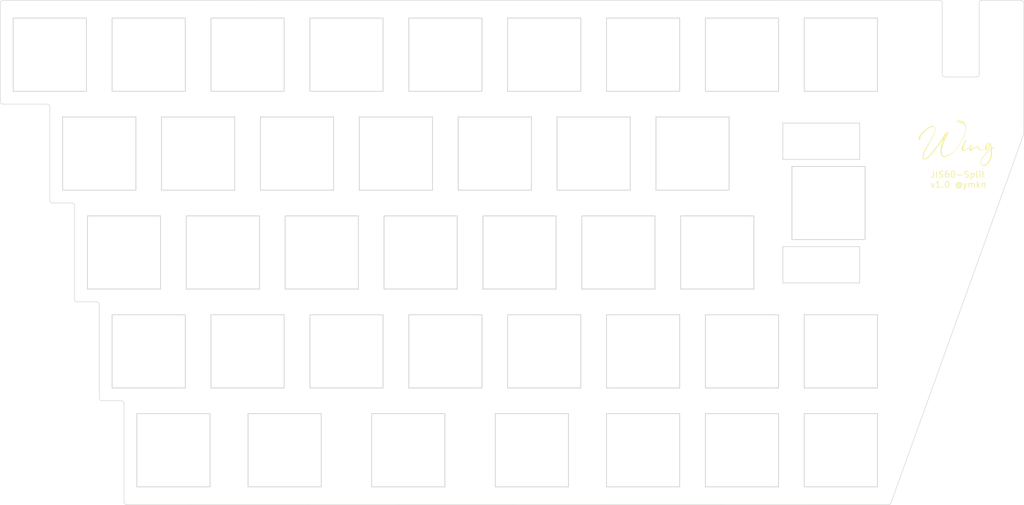
<source format=kicad_pcb>
(kicad_pcb (version 20221018) (generator pcbnew)
  (title_block (title "JIS60-Split_R Top Plate") (date "2023-05-29") (rev "1.0") (company "@ymkn"))
  (layers (0 "F.Cu" signal) (31 "B.Cu" signal) (34 "B.Paste" user) (35 "F.Paste" user) (36 "B.SilkS" user "B.Silkscreen") (37 "F.SilkS" user "F.Silkscreen") (38 "B.Mask" user) (39 "F.Mask" user) (44 "Edge.Cuts" user))
  (net 0 "")
  (footprint "logo:JIS60-Split_Logo" (layer "F.Cu") (at 208.12125 50.4825)
    (fp_text reference "G***" hide)
    (fp_text value "LOGO" hide)
  )
  (footprint "kbd_SW_Hole:SW_Hole_1u" (layer "F.Cu") (at 100.0125 52.3875)
    (fp_text reference "SW45" hide)
    (fp_text value "SW_Push" hide)
    (fp_line (start -7.05 -7.05) (end 7.05 -7.05) (stroke (width 0.15)) (layer "Edge.Cuts"))
    (fp_line (start -7.05 7.05) (end -7.05 -7.05) (stroke (width 0.15)) (layer "Edge.Cuts"))
    (fp_line (start 7.05 -7.05) (end 7.05 7.05) (stroke (width 0.15)) (layer "Edge.Cuts"))
    (fp_line (start 7.05 7.05) (end -7.05 7.05) (stroke (width 0.15)) (layer "Edge.Cuts"))
  )
  (footprint "kbd_SW_Hole:SW_Hole_1u" (layer "F.Cu") (at 147.6375 33.3375)
    (fp_text reference "SW59" hide)
    (fp_text value "SW_Push" hide)
    (fp_line (start -7.05 -7.05) (end 7.05 -7.05) (stroke (width 0.15)) (layer "Edge.Cuts"))
    (fp_line (start -7.05 7.05) (end -7.05 -7.05) (stroke (width 0.15)) (layer "Edge.Cuts"))
    (fp_line (start 7.05 -7.05) (end 7.05 7.05) (stroke (width 0.15)) (layer "Edge.Cuts"))
    (fp_line (start 7.05 7.05) (end -7.05 7.05) (stroke (width 0.15)) (layer "Edge.Cuts"))
  )
  (footprint "kbd_SW_Hole:SW_Hole_1u" (layer "F.Cu") (at 185.7375 109.5375)
    (fp_text reference "SW68" hide)
    (fp_text value "SW_Push" hide)
    (fp_line (start -7.05 -7.05) (end 7.05 -7.05) (stroke (width 0.15)) (layer "Edge.Cuts"))
    (fp_line (start -7.05 7.05) (end -7.05 -7.05) (stroke (width 0.15)) (layer "Edge.Cuts"))
    (fp_line (start 7.05 -7.05) (end 7.05 7.05) (stroke (width 0.15)) (layer "Edge.Cuts"))
    (fp_line (start 7.05 7.05) (end -7.05 7.05) (stroke (width 0.15)) (layer "Edge.Cuts"))
  )
  (footprint "kbd_SW_Hole:SW_Hole_1u" (layer "F.Cu") (at 185.7375 33.3375)
    (fp_text reference "SW65" hide)
    (fp_text value "SW_Push" hide)
    (fp_line (start -7.05 -7.05) (end 7.05 -7.05) (stroke (width 0.15)) (layer "Edge.Cuts"))
    (fp_line (start -7.05 7.05) (end -7.05 -7.05) (stroke (width 0.15)) (layer "Edge.Cuts"))
    (fp_line (start 7.05 -7.05) (end 7.05 7.05) (stroke (width 0.15)) (layer "Edge.Cuts"))
    (fp_line (start 7.05 7.05) (end -7.05 7.05) (stroke (width 0.15)) (layer "Edge.Cuts"))
  )
  (footprint "kbd_SW_Hole:SW_Hole_1u" (layer "F.Cu") (at 161.925 71.4375)
    (fp_text reference "SW61" hide)
    (fp_text value "SW_Push" hide)
    (fp_line (start -7.05 -7.05) (end 7.05 -7.05) (stroke (width 0.15)) (layer "Edge.Cuts"))
    (fp_line (start -7.05 7.05) (end -7.05 -7.05) (stroke (width 0.15)) (layer "Edge.Cuts"))
    (fp_line (start 7.05 -7.05) (end 7.05 7.05) (stroke (width 0.15)) (layer "Edge.Cuts"))
    (fp_line (start 7.05 7.05) (end -7.05 7.05) (stroke (width 0.15)) (layer "Edge.Cuts"))
  )
  (footprint "kbd_SW_Hole:SW_Hole_1u" (layer "F.Cu") (at 80.9625 52.3875)
    (fp_text reference "SW40" hide)
    (fp_text value "SW_Push" hide)
    (fp_line (start -7.05 -7.05) (end 7.05 -7.05) (stroke (width 0.15)) (layer "Edge.Cuts"))
    (fp_line (start -7.05 7.05) (end -7.05 -7.05) (stroke (width 0.15)) (layer "Edge.Cuts"))
    (fp_line (start 7.05 -7.05) (end 7.05 7.05) (stroke (width 0.15)) (layer "Edge.Cuts"))
    (fp_line (start 7.05 7.05) (end -7.05 7.05) (stroke (width 0.15)) (layer "Edge.Cuts"))
  )
  (footprint "kbd_Hole:m2_Screw_Hole" (layer "F.Cu") (at 67.6275 100.965)
    (fp_text reference "Ref**")
    (fp_text value "Val**")
    (pad "" np_thru_hole circle (at 0 0) (size 2.2 2.2) (drill 2.2) (layers "*.Cu" "*.Mask"))
  )
  (footprint "kbd_SW_Hole:SW_Hole_1u" (layer "F.Cu") (at 185.7375 90.4875)
    (fp_text reference "SW67" hide)
    (fp_text value "SW_Push" hide)
    (fp_line (start -7.05 -7.05) (end 7.05 -7.05) (stroke (width 0.15)) (layer "Edge.Cuts"))
    (fp_line (start -7.05 7.05) (end -7.05 -7.05) (stroke (width 0.15)) (layer "Edge.Cuts"))
    (fp_line (start 7.05 -7.05) (end 7.05 7.05) (stroke (width 0.15)) (layer "Edge.Cuts"))
    (fp_line (start 7.05 7.05) (end -7.05 7.05) (stroke (width 0.15)) (layer "Edge.Cuts"))
  )
  (footprint "kbd_SW_Hole:SW_Hole_1u" (layer "F.Cu") (at 90.4875 90.4875)
    (fp_text reference "SW42" hide)
    (fp_text value "SW_Push" hide)
    (fp_line (start -7.05 -7.05) (end 7.05 -7.05) (stroke (width 0.15)) (layer "Edge.Cuts"))
    (fp_line (start -7.05 7.05) (end -7.05 -7.05) (stroke (width 0.15)) (layer "Edge.Cuts"))
    (fp_line (start 7.05 -7.05) (end 7.05 7.05) (stroke (width 0.15)) (layer "Edge.Cuts"))
    (fp_line (start 7.05 7.05) (end -7.05 7.05) (stroke (width 0.15)) (layer "Edge.Cuts"))
  )
  (footprint "kbd_SW_Hole:SW_Hole_1u" (layer "F.Cu") (at 166.6875 90.4875)
    (fp_text reference "SW62" hide)
    (fp_text value "SW_Push" hide)
    (fp_line (start -7.05 -7.05) (end 7.05 -7.05) (stroke (width 0.15)) (layer "Edge.Cuts"))
    (fp_line (start -7.05 7.05) (end -7.05 -7.05) (stroke (width 0.15)) (layer "Edge.Cuts"))
    (fp_line (start 7.05 -7.05) (end 7.05 7.05) (stroke (width 0.15)) (layer "Edge.Cuts"))
    (fp_line (start 7.05 7.05) (end -7.05 7.05) (stroke (width 0.15)) (layer "Edge.Cuts"))
  )
  (footprint "kbd_SW_Hole:SW_Hole_1u" (layer "F.Cu") (at 119.0625 52.3875)
    (fp_text reference "SW50" hide)
    (fp_text value "SW_Push" hide)
    (fp_line (start -7.05 -7.05) (end 7.05 -7.05) (stroke (width 0.15)) (layer "Edge.Cuts"))
    (fp_line (start -7.05 7.05) (end -7.05 -7.05) (stroke (width 0.15)) (layer "Edge.Cuts"))
    (fp_line (start 7.05 -7.05) (end 7.05 7.05) (stroke (width 0.15)) (layer "Edge.Cuts"))
    (fp_line (start 7.05 7.05) (end -7.05 7.05) (stroke (width 0.15)) (layer "Edge.Cuts"))
  )
  (footprint "kbd_SW_Hole:SW_Hole_1u" (layer "F.Cu") (at 104.775 71.4375)
    (fp_text reference "SW46" hide)
    (fp_text value "SW_Push" hide)
    (fp_line (start -7.05 -7.05) (end 7.05 -7.05) (stroke (width 0.15)) (layer "Edge.Cuts"))
    (fp_line (start -7.05 7.05) (end -7.05 -7.05) (stroke (width 0.15)) (layer "Edge.Cuts"))
    (fp_line (start 7.05 -7.05) (end 7.05 7.05) (stroke (width 0.15)) (layer "Edge.Cuts"))
    (fp_line (start 7.05 7.05) (end -7.05 7.05) (stroke (width 0.15)) (layer "Edge.Cuts"))
  )
  (footprint "kbd_SW_Hole:SW_Hole_1u" (layer "F.Cu") (at 85.725 71.4375)
    (fp_text reference "SW41" hide)
    (fp_text value "SW_Push" hide)
    (fp_line (start -7.05 -7.05) (end 7.05 -7.05) (stroke (width 0.15)) (layer "Edge.Cuts"))
    (fp_line (start -7.05 7.05) (end -7.05 -7.05) (stroke (width 0.15)) (layer "Edge.Cuts"))
    (fp_line (start 7.05 -7.05) (end 7.05 7.05) (stroke (width 0.15)) (layer "Edge.Cuts"))
    (fp_line (start 7.05 7.05) (end -7.05 7.05) (stroke (width 0.15)) (layer "Edge.Cuts"))
  )
  (footprint "kbd_SW_Hole:SW_Hole_1.25u" (layer "F.Cu") (at 102.39375 109.5375)
    (fp_text reference "SW48" hide)
    (fp_text value "SW_Push" hide)
    (fp_line (start -7.05 -7.05) (end 7.05 -7.05) (stroke (width 0.15)) (layer "Edge.Cuts"))
    (fp_line (start -7.05 7.05) (end -7.05 -7.05) (stroke (width 0.15)) (layer "Edge.Cuts"))
    (fp_line (start 7.05 -7.05) (end 7.05 7.05) (stroke (width 0.15)) (layer "Edge.Cuts"))
    (fp_line (start 7.05 7.05) (end -7.05 7.05) (stroke (width 0.15)) (layer "Edge.Cuts"))
  )
  (footprint "kbd_SW_Hole:SW_Hole_1u" (layer "F.Cu") (at 166.6875 33.3375)
    (fp_text reference "SW64" hide)
    (fp_text value "SW_Push" hide)
    (fp_line (start -7.05 -7.05) (end 7.05 -7.05) (stroke (width 0.15)) (layer "Edge.Cuts"))
    (fp_line (start -7.05 7.05) (end -7.05 -7.05) (stroke (width 0.15)) (layer "Edge.Cuts"))
    (fp_line (start 7.05 -7.05) (end 7.05 7.05) (stroke (width 0.15)) (layer "Edge.Cuts"))
    (fp_line (start 7.05 7.05) (end -7.05 7.05) (stroke (width 0.15)) (layer "Edge.Cuts"))
  )
  (footprint "kbd_SW_Hole:SW_Hole_1u" (layer "F.Cu") (at 57.15 109.5375)
    (fp_text reference "SW38" hide)
    (fp_text value "SW_Push" hide)
    (fp_line (start -7.05 -7.05) (end 7.05 -7.05) (stroke (width 0.15)) (layer "Edge.Cuts"))
    (fp_line (start -7.05 7.05) (end -7.05 -7.05) (stroke (width 0.15)) (layer "Edge.Cuts"))
    (fp_line (start 7.05 -7.05) (end 7.05 7.05) (stroke (width 0.15)) (layer "Edge.Cuts"))
    (fp_line (start 7.05 7.05) (end -7.05 7.05) (stroke (width 0.15)) (layer "Edge.Cuts"))
  )
  (footprint "kbd_SW_Hole:SW_Hole_1u" (layer "F.Cu") (at 42.8625 52.3875)
    (fp_text reference "SW31" hide)
    (fp_text value "SW_Push" hide)
    (fp_line (start -7.05 -7.05) (end 7.05 -7.05) (stroke (width 0.15)) (layer "Edge.Cuts"))
    (fp_line (start -7.05 7.05) (end -7.05 -7.05) (stroke (width 0.15)) (layer "Edge.Cuts"))
    (fp_line (start 7.05 -7.05) (end 7.05 7.05) (stroke (width 0.15)) (layer "Edge.Cuts"))
    (fp_line (start 7.05 7.05) (end -7.05 7.05) (stroke (width 0.15)) (layer "Edge.Cuts"))
  )
  (footprint "kbd_SW_Hole:SW_Hole_1u" (layer "F.Cu") (at 33.3375 33.3375)
    (fp_text reference "SW30" hide)
    (fp_text value "SW_Push" hide)
    (fp_line (start -7.05 -7.05) (end 7.05 -7.05) (stroke (width 0.15)) (layer "Edge.Cuts"))
    (fp_line (start -7.05 7.05) (end -7.05 -7.05) (stroke (width 0.15)) (layer "Edge.Cuts"))
    (fp_line (start 7.05 -7.05) (end 7.05 7.05) (stroke (width 0.15)) (layer "Edge.Cuts"))
    (fp_line (start 7.05 7.05) (end -7.05 7.05) (stroke (width 0.15)) (layer "Edge.Cuts"))
  )
  (footprint "kbd_SW_Hole:SW_Hole_1u" (layer "F.Cu") (at 71.4375 90.4875)
    (fp_text reference "SW37" hide)
    (fp_text value "SW_Push" hide)
    (fp_line (start -7.05 -7.05) (end 7.05 -7.05) (stroke (width 0.15)) (layer "Edge.Cuts"))
    (fp_line (start -7.05 7.05) (end -7.05 -7.05) (stroke (width 0.15)) (layer "Edge.Cuts"))
    (fp_line (start 7.05 -7.05) (end 7.05 7.05) (stroke (width 0.15)) (layer "Edge.Cuts"))
    (fp_line (start 7.05 7.05) (end -7.05 7.05) (stroke (width 0.15)) (layer "Edge.Cuts"))
  )
  (footprint "kbd_SW_Hole:SW_Hole_1u" (layer "F.Cu") (at 128.5875 33.3375)
    (fp_text reference "SW54" hide)
    (fp_text value "SW_Push" hide)
    (fp_line (start -7.05 -7.05) (end 7.05 -7.05) (stroke (width 0.15)) (layer "Edge.Cuts"))
    (fp_line (start -7.05 7.05) (end -7.05 -7.05) (stroke (width 0.15)) (layer "Edge.Cuts"))
    (fp_line (start 7.05 -7.05) (end 7.05 7.05) (stroke (width 0.15)) (layer "Edge.Cuts"))
    (fp_line (start 7.05 7.05) (end -7.05 7.05) (stroke (width 0.15)) (layer "Edge.Cuts"))
  )
  (footprint "kbd_SW_Hole:SW_Hole_1u" (layer "F.Cu") (at 52.3875 33.3375)
    (fp_text reference "SW34" hide)
    (fp_text value "SW_Push" hide)
    (fp_line (start -7.05 -7.05) (end 7.05 -7.05) (stroke (width 0.15)) (layer "Edge.Cuts"))
    (fp_line (start -7.05 7.05) (end -7.05 -7.05) (stroke (width 0.15)) (layer "Edge.Cuts"))
    (fp_line (start 7.05 -7.05) (end 7.05 7.05) (stroke (width 0.15)) (layer "Edge.Cuts"))
    (fp_line (start 7.05 7.05) (end -7.05 7.05) (stroke (width 0.15)) (layer "Edge.Cuts"))
  )
  (footprint "kbd_SW_Hole:SW_Hole_1u" (layer "F.Cu") (at 66.675 71.4375)
    (fp_text reference "SW36" hide)
    (fp_text value "SW_Push" hide)
    (fp_line (start -7.05 -7.05) (end 7.05 -7.05) (stroke (width 0.15)) (layer "Edge.Cuts"))
    (fp_line (start -7.05 7.05) (end -7.05 -7.05) (stroke (width 0.15)) (layer "Edge.Cuts"))
    (fp_line (start 7.05 -7.05) (end 7.05 7.05) (stroke (width 0.15)) (layer "Edge.Cuts"))
    (fp_line (start 7.05 7.05) (end -7.05 7.05) (stroke (width 0.15)) (layer "Edge.Cuts"))
  )
  (footprint "kbd_SW_Hole:SW_Hole_1u" (layer "F.Cu") (at 157.1625 52.3875)
    (fp_text reference "SW60" hide)
    (fp_text value "SW_Push" hide)
    (fp_line (start -7.05 -7.05) (end 7.05 -7.05) (stroke (width 0.15)) (layer "Edge.Cuts"))
    (fp_line (start -7.05 7.05) (end -7.05 -7.05) (stroke (width 0.15)) (layer "Edge.Cuts"))
    (fp_line (start 7.05 -7.05) (end 7.05 7.05) (stroke (width 0.15)) (layer "Edge.Cuts"))
    (fp_line (start 7.05 7.05) (end -7.05 7.05) (stroke (width 0.15)) (layer "Edge.Cuts"))
  )
  (footprint "kbd_SW_Hole:SW_Hole_1u" (layer "F.Cu") (at 109.5375 33.3375)
    (fp_text reference "SW49" hide)
    (fp_text value "SW_Push" hide)
    (fp_line (start -7.05 -7.05) (end 7.05 -7.05) (stroke (width 0.15)) (layer "Edge.Cuts"))
    (fp_line (start -7.05 7.05) (end -7.05 -7.05) (stroke (width 0.15)) (layer "Edge.Cuts"))
    (fp_line (start 7.05 -7.05) (end 7.05 7.05) (stroke (width 0.15)) (layer "Edge.Cuts"))
    (fp_line (start 7.05 7.05) (end -7.05 7.05) (stroke (width 0.15)) (layer "Edge.Cuts"))
  )
  (footprint "kbd_SW_Hole:SW_Hole_1u" (layer "F.Cu") (at 109.5375 90.4875)
    (fp_text reference "SW47" hide)
    (fp_text value "SW_Push" hide)
    (fp_line (start -7.05 -7.05) (end 7.05 -7.05) (stroke (width 0.15)) (layer "Edge.Cuts"))
    (fp_line (start -7.05 7.05) (end -7.05 -7.05) (stroke (width 0.15)) (layer "Edge.Cuts"))
    (fp_line (start 7.05 -7.05) (end 7.05 7.05) (stroke (width 0.15)) (layer "Edge.Cuts"))
    (fp_line (start 7.05 7.05) (end -7.05 7.05) (stroke (width 0.15)) (layer "Edge.Cuts"))
  )
  (footprint "kbd_SW_Hole:SW_Hole_1u" (layer "F.Cu") (at 147.6375 109.5375)
    (fp_text reference "SW58" hide)
    (fp_text value "SW_Push" hide)
    (fp_line (start -7.05 -7.05) (end 7.05 -7.05) (stroke (width 0.15)) (layer "Edge.Cuts"))
    (fp_line (start -7.05 7.05) (end -7.05 -7.05) (stroke (width 0.15)) (layer "Edge.Cuts"))
    (fp_line (start 7.05 -7.05) (end 7.05 7.05) (stroke (width 0.15)) (layer "Edge.Cuts"))
    (fp_line (start 7.05 7.05) (end -7.05 7.05) (stroke (width 0.15)) (layer "Edge.Cuts"))
  )
  (footprint "kbd_SW_Hole:SW_Hole_1.25u" (layer "F.Cu") (at 78.58125 109.5375)
    (fp_text reference "SW43" hide)
    (fp_text value "SW_Push" hide)
    (fp_line (start -7.05 -7.05) (end 7.05 -7.05) (stroke (width 0.15)) (layer "Edge.Cuts"))
    (fp_line (start -7.05 7.05) (end -7.05 -7.05) (stroke (width 0.15)) (layer "Edge.Cuts"))
    (fp_line (start 7.05 -7.05) (end 7.05 7.05) (stroke (width 0.15)) (layer "Edge.Cuts"))
    (fp_line (start 7.05 7.05) (end -7.05 7.05) (stroke (width 0.15)) (layer "Edge.Cuts"))
  )
  (footprint "kbd_Hole:m2_Screw_Hole" (layer "F.Cu") (at 61.9125 42.8625)
    (fp_text reference "Ref**")
    (fp_text value "Val**")
    (pad "" np_thru_hole circle (at 0 0) (size 2.2 2.2) (drill 2.2) (layers "*.Cu" "*.Mask"))
  )
  (footprint "kbd_SW_Hole:SW_Hole_1u" (layer "F.Cu") (at 142.875 71.4375)
    (fp_text reference "SW56" hide)
    (fp_text value "SW_Push" hide)
    (fp_line (start -7.05 -7.05) (end 7.05 -7.05) (stroke (width 0.15)) (layer "Edge.Cuts"))
    (fp_line (start -7.05 7.05) (end -7.05 -7.05) (stroke (width 0.15)) (layer "Edge.Cuts"))
    (fp_line (start 7.05 -7.05) (end 7.05 7.05) (stroke (width 0.15)) (layer "Edge.Cuts"))
    (fp_line (start 7.05 7.05) (end -7.05 7.05) (stroke (width 0.15)) (layer "Edge.Cuts"))
  )
  (footprint "kbd_SW_Hole:SW_Hole_1u" (layer "F.Cu") (at 147.6375 90.4875)
    (fp_text reference "SW57" hide)
    (fp_text value "SW_Push" hide)
    (fp_line (start -7.05 -7.05) (end 7.05 -7.05) (stroke (width 0.15)) (layer "Edge.Cuts"))
    (fp_line (start -7.05 7.05) (end -7.05 -7.05) (stroke (width 0.15)) (layer "Edge.Cuts"))
    (fp_line (start 7.05 -7.05) (end 7.05 7.05) (stroke (width 0.15)) (layer "Edge.Cuts"))
    (fp_line (start 7.05 7.05) (end -7.05 7.05) (stroke (width 0.15)) (layer "Edge.Cuts"))
  )
  (footprint "kbd_SW_Hole:SW_Hole_1u" (layer "F.Cu") (at 61.9125 52.3875)
    (fp_text reference "SW35" hide)
    (fp_text value "SW_Push" hide)
    (fp_line (start -7.05 -7.05) (end 7.05 -7.05) (stroke (width 0.15)) (layer "Edge.Cuts"))
    (fp_line (start -7.05 7.05) (end -7.05 -7.05) (stroke (width 0.15)) (layer "Edge.Cuts"))
    (fp_line (start 7.05 -7.05) (end 7.05 7.05) (stroke (width 0.15)) (layer "Edge.Cuts"))
    (fp_line (start 7.05 7.05) (end -7.05 7.05) (stroke (width 0.15)) (layer "Edge.Cuts"))
  )
  (footprint "kbd_SW_Hole:SW_Hole_2u" (layer "F.Cu") (at 183.35625 61.9125 -90)
    (fp_text reference "SW66" hide)
    (fp_text value "SW_Push" hide)
    (fp_line (start -15.4 -6) (end -8.4 -6) (stroke (width 0.12)) (layer "Edge.Cuts"))
    (fp_line (start -15.4 8.8) (end -15.4 -6) (stroke (width 0.12)) (layer "Edge.Cuts"))
    (fp_line (start -8.4 -6) (end -8.4 8.8) (stroke (width 0.12)) (layer "Edge.Cuts"))
    (fp_line (start -8.4 8.8) (end -15.4 8.8) (stroke (width 0.12)) (layer "Edge.Cuts"))
    (fp_line (start -7.05 -7.05) (end 7.05 -7.05) (stroke (width 0.15)) (layer "Edge.Cuts"))
    (fp_line (start -7.05 7.05) (end -7.05 -7.05) (stroke (width 0.15)) (layer "Edge.Cuts"))
    (fp_line (start 7.05 -7.05) (end 7.05 7.05) (stroke (width 0.15)) (layer "Edge.Cuts"))
    (fp_line (start 7.05 7.05) (end -7.05 7.05) (stroke (width 0.15)) (layer "Edge.Cuts"))
    (fp_line (start 8.4 -6) (end 8.4 8.8) (stroke (width 0.12)) (layer "Edge.Cuts"))
    (fp_line (start 8.4 8.8) (end 15.4 8.8) (stroke (width 0.12)) (layer "Edge.Cuts"))
    (fp_line (start 15.4 -6) (end 8.4 -6) (stroke (width 0.12)) (layer "Edge.Cuts"))
    (fp_line (start 15.4 8.8) (end 15.4 -6) (stroke (width 0.12)) (layer "Edge.Cuts"))
  )
  (footprint "kbd_SW_Hole:SW_Hole_1u" (layer "F.Cu") (at 128.5875 90.4875)
    (fp_text reference "SW52" hide)
    (fp_text value "SW_Push" hide)
    (fp_line (start -7.05 -7.05) (end 7.05 -7.05) (stroke (width 0.15)) (layer "Edge.Cuts"))
    (fp_line (start -7.05 7.05) (end -7.05 -7.05) (stroke (width 0.15)) (layer "Edge.Cuts"))
    (fp_line (start 7.05 -7.05) (end 7.05 7.05) (stroke (width 0.15)) (layer "Edge.Cuts"))
    (fp_line (start 7.05 7.05) (end -7.05 7.05) (stroke (width 0.15)) (layer "Edge.Cuts"))
  )
  (footprint "kbd_SW_Hole:SW_Hole_1u" (layer "F.Cu") (at 47.625 71.4375)
    (fp_text reference "SW32" hide)
    (fp_text value "SW_Push" hide)
    (fp_line (start -7.05 -7.05) (end 7.05 -7.05) (stroke (width 0.15)) (layer "Edge.Cuts"))
    (fp_line (start -7.05 7.05) (end -7.05 -7.05) (stroke (width 0.15)) (layer "Edge.Cuts"))
    (fp_line (start 7.05 -7.05) (end 7.05 7.05) (stroke (width 0.15)) (layer "Edge.Cuts"))
    (fp_line (start 7.05 7.05) (end -7.05 7.05) (stroke (width 0.15)) (layer "Edge.Cuts"))
  )
  (footprint "kbd_Hole:m2_Screw_Hole" (layer "F.Cu") (at 176.2125 43.33875)
    (fp_text reference "Ref**")
    (fp_text value "Val**")
    (pad "" np_thru_hole circle (at 0 0) (size 2.2 2.2) (drill 2.2) (layers "*.Cu" "*.Mask"))
  )
  (footprint "kbd_Hole:m2_Screw_Hole" (layer "F.Cu") (at 176.2125 100.965)
    (fp_text reference "Ref**")
    (fp_text value "Val**")
    (pad "" np_thru_hole circle (at 0 0) (size 2.2 2.2) (drill 2.2) (layers "*.Cu" "*.Mask"))
  )
  (footprint "kbd_SW_Hole:SW_Hole_1u" (layer "F.Cu") (at 138.1125 52.3875)
    (fp_text reference "SW55" hide)
    (fp_text value "SW_Push" hide)
    (fp_line (start -7.05 -7.05) (end 7.05 -7.05) (stroke (width 0.15)) (layer "Edge.Cuts"))
    (fp_line (start -7.05 7.05) (end -7.05 -7.05) (stroke (width 0.15)) (layer "Edge.Cuts"))
    (fp_line (start 7.05 -7.05) (end 7.05 7.05) (stroke (width 0.15)) (layer "Edge.Cuts"))
    (fp_line (start 7.05 7.05) (end -7.05 7.05) (stroke (width 0.15)) (layer "Edge.Cuts"))
  )
  (footprint "kbd_SW_Hole:SW_Hole_1.25u" (layer "F.Cu") (at 126.20625 109.5375)
    (fp_text reference "SW53" hide)
    (fp_text value "SW_Push" hide)
    (fp_line (start -7.05 -7.05) (end 7.05 -7.05) (stroke (width 0.15)) (layer "Edge.Cuts"))
    (fp_line (start -7.05 7.05) (end -7.05 -7.05) (stroke (width 0.15)) (layer "Edge.Cuts"))
    (fp_line (start 7.05 -7.05) (end 7.05 7.05) (stroke (width 0.15)) (layer "Edge.Cuts"))
    (fp_line (start 7.05 7.05) (end -7.05 7.05) (stroke (width 0.15)) (layer "Edge.Cuts"))
  )
  (footprint "kbd_SW_Hole:SW_Hole_1u" (layer "F.Cu") (at 166.6875 109.5375)
    (fp_text reference "SW63" hide)
    (fp_text value "SW_Push" hide)
    (fp_line (start -7.05 -7.05) (end 7.05 -7.05) (stroke (width 0.15)) (layer "Edge.Cuts"))
    (fp_line (start -7.05 7.05) (end -7.05 -7.05) (stroke (width 0.15)) (layer "Edge.Cuts"))
    (fp_line (start 7.05 -7.05) (end 7.05 7.05) (stroke (width 0.15)) (layer "Edge.Cuts"))
    (fp_line (start 7.05 7.05) (end -7.05 7.05) (stroke (width 0.15)) (layer "Edge.Cuts"))
  )
  (footprint "kbd_SW_Hole:SW_Hole_1u" (layer "F.Cu") (at 71.4375 33.3375)
    (fp_text reference "SW39" hide)
    (fp_text value "SW_Push" hide)
    (fp_line (start -7.05 -7.05) (end 7.05 -7.05) (stroke (width 0.15)) (layer "Edge.Cuts"))
    (fp_line (start -7.05 7.05) (end -7.05 -7.05) (stroke (width 0.15)) (layer "Edge.Cuts"))
    (fp_line (start 7.05 -7.05) (end 7.05 7.05) (stroke (width 0.15)) (layer "Edge.Cuts"))
    (fp_line (start 7.05 7.05) (end -7.05 7.05) (stroke (width 0.15)) (layer "Edge.Cuts"))
  )
  (footprint "kbd_SW_Hole:SW_Hole_1u" (layer "F.Cu") (at 52.3875 90.4875)
    (fp_text reference "SW33" hide)
    (fp_text value "SW_Push" hide)
    (fp_line (start -7.05 -7.05) (end 7.05 -7.05) (stroke (width 0.15)) (layer "Edge.Cuts"))
    (fp_line (start -7.05 7.05) (end -7.05 -7.05) (stroke (width 0.15)) (layer "Edge.Cuts"))
    (fp_line (start 7.05 -7.05) (end 7.05 7.05) (stroke (width 0.15)) (layer "Edge.Cuts"))
    (fp_line (start 7.05 7.05) (end -7.05 7.05) (stroke (width 0.15)) (layer "Edge.Cuts"))
  )
  (footprint "kbd_SW_Hole:SW_Hole_1u" (layer "F.Cu") (at 123.825 71.4375)
    (fp_text reference "SW51" hide)
    (fp_text value "SW_Push" hide)
    (fp_line (start -7.05 -7.05) (end 7.05 -7.05) (stroke (width 0.15)) (layer "Edge.Cuts"))
    (fp_line (start -7.05 7.05) (end -7.05 -7.05) (stroke (width 0.15)) (layer "Edge.Cuts"))
    (fp_line (start 7.05 -7.05) (end 7.05 7.05) (stroke (width 0.15)) (layer "Edge.Cuts"))
    (fp_line (start 7.05 7.05) (end -7.05 7.05) (stroke (width 0.15)) (layer "Edge.Cuts"))
  )
  (footprint "kbd_SW_Hole:SW_Hole_1u" (layer "F.Cu") (at 90.4875 33.3375)
    (fp_text reference "SW44" hide)
    (fp_text value "SW_Push" hide)
    (fp_line (start -7.05 -7.05) (end 7.05 -7.05) (stroke (width 0.15)) (layer "Edge.Cuts"))
    (fp_line (start -7.05 7.05) (end -7.05 -7.05) (stroke (width 0.15)) (layer "Edge.Cuts"))
    (fp_line (start 7.05 -7.05) (end 7.05 7.05) (stroke (width 0.15)) (layer "Edge.Cuts"))
    (fp_line (start 7.05 7.05) (end -7.05 7.05) (stroke (width 0.15)) (layer "Edge.Cuts"))
  )
  (gr_arc (start 43.362469 100.000655) (mid 43.008916 99.854208) (end 42.862469 99.500655) (stroke (width 0.1)) (layer "Edge.Cuts"))
  (gr_arc (start 42.362469 80.950655) (mid 42.716022 81.097102) (end 42.862469 81.450655) (stroke (width 0.1)) (layer "Edge.Cuts"))
  (gr_line (start 205.76375 37.62375) (end 211.9075 37.62375) (stroke (width 0.1)) (layer "Edge.Cuts"))
  (gr_line (start 194.915785 120.026848) (end 48.124969 120.003155) (stroke (width 0.1)) (layer "Edge.Cuts"))
  (gr_arc (start 37.623719 61.900655) (mid 37.960493 62.040131) (end 38.099969 62.376905) (stroke (width 0.1)) (layer "Edge.Cuts"))
  (gr_line (start 42.862469 81.450655) (end 42.862469 99.500655) (stroke (width 0.1)) (layer "Edge.Cuts"))
  (gr_arc (start 220.48003 22.871844) (mid 220.833551 23.018315) (end 220.979969 23.371844) (stroke (width 0.1)) (layer "Edge.Cuts"))
  (gr_arc (start 220.979954 48.502161) (mid 220.972519 48.588105) (end 220.950423 48.671493) (stroke (width 0.1)) (layer "Edge.Cuts"))
  (gr_arc (start 212.407499 37.134619) (mid 212.257255 37.481177) (end 211.9075 37.623818) (stroke (width 0.1)) (layer "Edge.Cuts"))
  (gr_arc (start 24.288719 42.850655) (mid 23.951945 42.711179) (end 23.812469 42.374405) (stroke (width 0.1)) (layer "Edge.Cuts"))
  (gr_arc (start 212.407499 23.370929) (mid 212.553957 23.017335) (end 212.907559 22.870929) (stroke (width 0.1)) (layer "Edge.Cuts"))
  (gr_line (start 47.624969 100.500655) (end 47.624969 119.503155) (stroke (width 0.1)) (layer "Edge.Cuts"))
  (gr_line (start 212.907559 22.870929) (end 220.48003 22.871844) (stroke (width 0.1)) (layer "Edge.Cuts"))
  (gr_line (start 23.812469 23.348155) (end 23.812469 42.374405) (stroke (width 0.1)) (layer "Edge.Cuts"))
  (gr_line (start 33.813719 61.900655) (end 37.623719 61.900655) (stroke (width 0.1)) (layer "Edge.Cuts"))
  (gr_arc (start 23.812469 23.348156) (mid 23.958916 22.994602) (end 24.31247 22.848155) (stroke (width 0.1)) (layer "Edge.Cuts"))
  (gr_line (start 24.288719 42.850655) (end 32.861219 42.850655) (stroke (width 0.1)) (layer "Edge.Cuts"))
  (gr_arc (start 195.386349 119.69619) (mid 195.203362 119.935944) (end 194.915785 120.026848) (stroke (width 0.1)) (layer "Edge.Cuts"))
  (gr_line (start 38.099969 62.376905) (end 38.099969 80.450655) (stroke (width 0.1)) (layer "Edge.Cuts"))
  (gr_arc (start 33.813719 61.900655) (mid 33.476945 61.761179) (end 33.337469 61.424405) (stroke (width 0.1)) (layer "Edge.Cuts"))
  (gr_line (start 220.979969 48.502161) (end 220.979969 23.371844) (stroke (width 0.1)) (layer "Edge.Cuts"))
  (gr_arc (start 204.763783 22.859967) (mid 205.117315 23.006425) (end 205.26375 23.359967) (stroke (width 0.1)) (layer "Edge.Cuts"))
  (gr_line (start 195.38632 119.69618) (end 220.950423 48.671493) (stroke (width 0.1)) (layer "Edge.Cuts"))
  (gr_line (start 212.407499 37.134619) (end 212.407499 23.370929) (stroke (width 0.1)) (layer "Edge.Cuts"))
  (gr_arc (start 47.124969 100.000731) (mid 47.478505 100.147142) (end 47.624969 100.500655) (stroke (width 0.1)) (layer "Edge.Cuts"))
  (gr_line (start 205.26375 23.359967) (end 205.26375 37.12375) (stroke (width 0.1)) (layer "Edge.Cuts"))
  (gr_arc (start 48.124969 120.003155) (mid 47.771416 119.856708) (end 47.624969 119.503155) (stroke (width 0.1)) (layer "Edge.Cuts"))
  (gr_arc (start 205.76375 37.62375) (mid 205.410197 37.477303) (end 205.26375 37.12375) (stroke (width 0.1)) (layer "Edge.Cuts"))
  (gr_line (start 38.599969 80.950655) (end 42.362469 80.950655) (stroke (width 0.1)) (layer "Edge.Cuts"))
  (gr_line (start 33.337469 43.326905) (end 33.337469 61.424405) (stroke (width 0.1)) (layer "Edge.Cuts"))
  (gr_arc (start 38.599969 80.950655) (mid 38.246416 80.804208) (end 38.099969 80.450655) (stroke (width 0.1)) (layer "Edge.Cuts"))
  (gr_arc (start 32.861219 42.850655) (mid 33.197993 42.990131) (end 33.337469 43.326905) (stroke (width 0.1)) (layer "Edge.Cuts"))
  (gr_line (start 43.362469 100.000655) (end 47.124969 100.000731) (stroke (width 0.1)) (layer "Edge.Cuts"))
  (gr_line (start 24.31247 22.848155) (end 204.763783 22.859967) (stroke (width 0.1)) (layer "Edge.Cuts"))
  (gr_text "JIS60-Split\nv1.0 @ymkn" (at 202.8825 59.055) (layer "F.SilkS") (effects (font (size 1.2 1.2)) (justify left bottom)))
)
</source>
